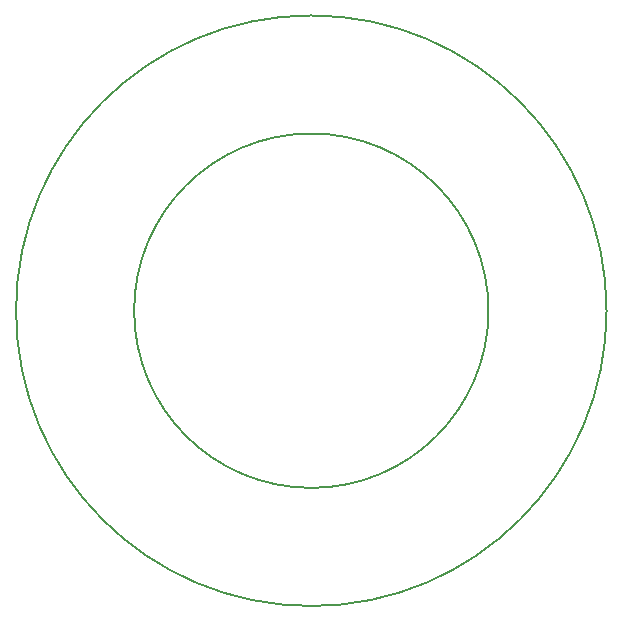
<source format=gto>
%TF.GenerationSoftware,KiCad,Pcbnew,(6.0.2)*%
%TF.CreationDate,2022-06-23T15:04:17+02:00*%
%TF.ProjectId,touch,746f7563-682e-46b6-9963-61645f706362,rev?*%
%TF.SameCoordinates,Original*%
%TF.FileFunction,Legend,Top*%
%TF.FilePolarity,Positive*%
%FSLAX46Y46*%
G04 Gerber Fmt 4.6, Leading zero omitted, Abs format (unit mm)*
G04 Created by KiCad (PCBNEW (6.0.2)) date 2022-06-23 15:04:17*
%MOMM*%
%LPD*%
G01*
G04 APERTURE LIST*
%ADD10C,0.200000*%
%ADD11C,2.000000*%
G04 APERTURE END LIST*
D10*
X25000000Y0D02*
G75*
G03*
X25000000Y0I-25000000J0D01*
G01*
X15000000Y0D02*
G75*
G03*
X15000000Y0I-15000000J0D01*
G01*
%LPC*%
D11*
%TO.C,T1*%
X-10000000Y-17000000D03*
X20000000Y0D03*
X-10000000Y17000000D03*
%TD*%
M02*

</source>
